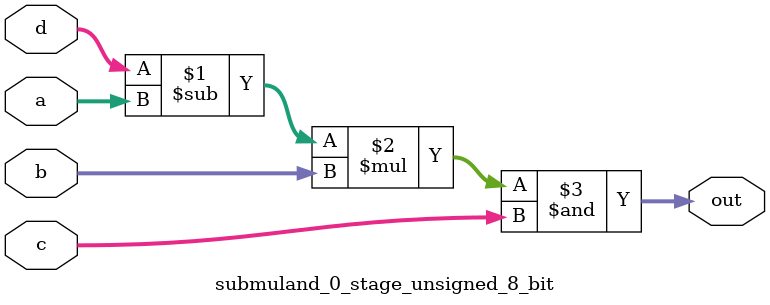
<source format=sv>
(* use_dsp = "yes" *) module submuland_0_stage_unsigned_8_bit(
	input  [7:0] a,
	input  [7:0] b,
	input  [7:0] c,
	input  [7:0] d,
	output [7:0] out
	);

	assign out = ((d - a) * b) & c;
endmodule

</source>
